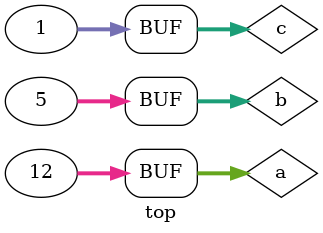
<source format=sv>
/*
:name: binary_op_log_neq
:description: != operator test
:should_fail: 0
:tags: 11.4.5
*/
module top();
int a = 12;
int b = 5;
int c;
initial begin
    c = a != b;
end
endmodule
</source>
